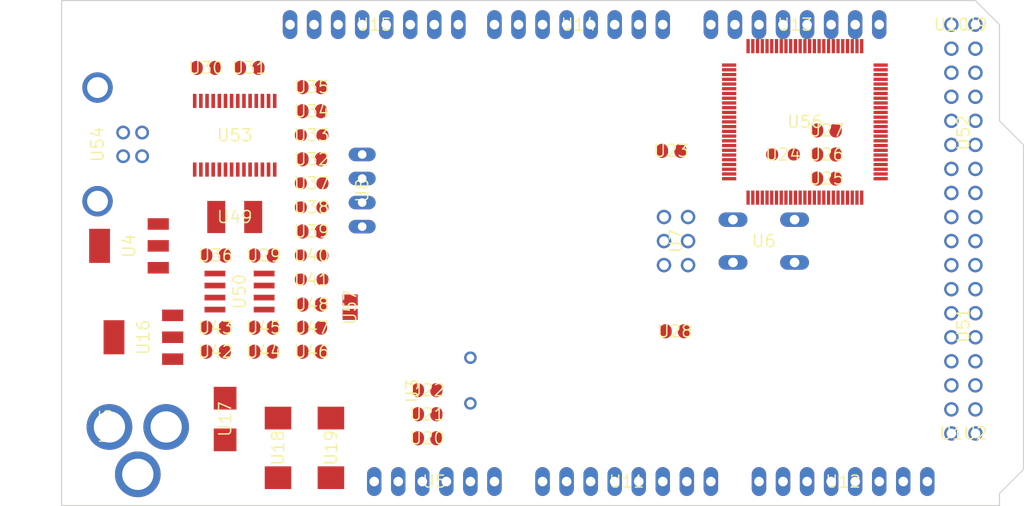
<source format=kicad_pcb>
(kicad_pcb (version 20221018) (generator pcbnew)
  (layers (0 "F.Cu" signal "Top") (31 "B.Cu" signal "Bottom") (34 "B.Paste" user) (35 "F.Paste" user) (36 "B.SilkS" user "B.Silkscreen") (37 "F.SilkS" user "F.Silkscreen") (38 "B.Mask" user) (39 "F.Mask" user) (44 "Edge.Cuts" user))
  (net 0 "")
  (net 1 "+5V")
  (net 2 "GND")
  (net 3 "N$6")
  (net 4 "N$7")
  (net 5 "AREF")
  (net 6 "RESET")
  (net 7 "VIN")
  (net 8 "N$3")
  (net 9 "PWRIN")
  (net 10 "M8RXD")
  (net 11 "M8TXD")
  (net 12 "ADC0")
  (net 13 "ADC2")
  (net 14 "ADC1")
  (net 15 "ADC3")
  (net 16 "ADC4")
  (net 17 "ADC5")
  (net 18 "ADC6")
  (net 19 "ADC7")
  (net 20 "+3V3")
  (net 21 "SDA")
  (net 22 "SCL")
  (net 23 "ADC9")
  (net 24 "ADC8")
  (net 25 "ADC10")
  (net 26 "ADC11")
  (net 27 "ADC12")
  (net 28 "ADC13")
  (net 29 "ADC14")
  (net 30 "ADC15")
  (net 31 "PB3")
  (net 32 "PB2")
  (net 33 "PB1")
  (net 34 "PB5")
  (net 35 "PB4")
  (net 36 "PE5")
  (net 37 "PE4")
  (net 38 "PE3")
  (net 39 "PE1")
  (net 40 "PE0")
  (net 41 "N$15")
  (net 42 "N$53")
  (net 43 "N$54")
  (net 44 "N$55")
  (net 45 "D-")
  (net 46 "D+")
  (net 47 "N$60")
  (net 48 "DTR")
  (net 49 "USBVCC")
  (net 50 "N$2")
  (net 51 "N$4")
  (net 52 "GATE_CMD")
  (net 53 "CMP")
  (net 54 "PB6")
  (net 55 "PH3")
  (net 56 "PH4")
  (net 57 "PH5")
  (net 58 "PH6")
  (net 59 "PG5")
  (net 60 "RXD1")
  (net 61 "TXD1")
  (net 62 "RXD2")
  (net 63 "RXD3")
  (net 64 "TXD2")
  (net 65 "TXD3")
  (net 66 "PC0")
  (net 67 "PC1")
  (net 68 "PC2")
  (net 69 "PC3")
  (net 70 "PC4")
  (net 71 "PC5")
  (net 72 "PC6")
  (net 73 "PC7")
  (net 74 "PB0")
  (net 75 "PG0")
  (net 76 "PG1")
  (net 77 "PG2")
  (net 78 "PD7")
  (net 79 "PA0")
  (net 80 "PA1")
  (net 81 "PA2")
  (net 82 "PA3")
  (net 83 "PA4")
  (net 84 "PA5")
  (net 85 "PA6")
  (net 86 "PA7")
  (net 87 "PL0")
  (net 88 "PL1")
  (net 89 "PL2")
  (net 90 "PL3")
  (net 91 "PL4")
  (net 92 "PL5")
  (net 93 "PL6")
  (net 94 "PL7")
  (net 95 "PB7")
  (net 96 "CTS")
  (net 97 "DSR")
  (net 98 "DCD")
  (net 99 "RI")
  (footprint "Arduino_MEGA_Reference_Design:2X03" (layer "F.Cu") (at 162.5981 103.7336 -90)
    (fp_text reference "U7")
    (fp_text value "")
  )
  (footprint "Arduino_MEGA_Reference_Design:1X08" (layer "F.Cu") (at 152.3111 80.8736 180)
    (fp_text reference "U14")
    (fp_text value "")
  )
  (footprint "Arduino_MEGA_Reference_Design:1X08" (layer "F.Cu") (at 130.7211 80.8736 180)
    (fp_text reference "U15")
    (fp_text value "")
  )
  (footprint "Arduino_MEGA_Reference_Design:SMC_D" (layer "F.Cu") (at 120.5611 125.5776 -90)
    (fp_text reference "U18")
    (fp_text value "")
  )
  (footprint "Arduino_MEGA_Reference_Design:SMC_D" (layer "F.Cu") (at 126.1491 125.5776 -90)
    (fp_text reference "U19")
    (fp_text value "")
  )
  (footprint "Arduino_MEGA_Reference_Design:B3F-10XX" (layer "F.Cu") (at 171.8691 103.7336 180)
    (fp_text reference "U6")
    (fp_text value "")
  )
  (footprint "Arduino_MEGA_Reference_Design:0805RND" (layer "F.Cu") (at 173.9011 94.5896 180)
    (fp_text reference "U24")
    (fp_text value "")
  )
  (footprint "Arduino_MEGA_Reference_Design:SMB" (layer "F.Cu") (at 114.9731 122.5296 -90)
    (fp_text reference "U17")
    (fp_text value "")
  )
  (footprint "Arduino_MEGA_Reference_Design:DC-21MM" (layer "F.Cu") (at 103.0351 123.2916 90)
    (fp_text reference "U55")
    (fp_text value "")
  )
  (footprint "Arduino_MEGA_Reference_Design:HC49_S" (layer "F.Cu") (at 140.8811 118.4656 90)
    (fp_text reference "U3")
    (fp_text value "")
  )
  (footprint "Arduino_MEGA_Reference_Design:SOT223" (layer "F.Cu") (at 106.3371 113.8936 90)
    (fp_text reference "U16")
    (fp_text value "")
  )
  (footprint "Arduino_MEGA_Reference_Design:1X06" (layer "F.Cu") (at 137.0711 129.1336)
    (fp_text reference "U5")
    (fp_text value "")
  )
  (footprint "Arduino_MEGA_Reference_Design:C0805RND" (layer "F.Cu") (at 124.1171 87.4776)
    (fp_text reference "U35")
    (fp_text value "")
  )
  (footprint "Arduino_MEGA_Reference_Design:C0805RND" (layer "F.Cu") (at 162.4711 113.2586)
    (fp_text reference "U28")
    (fp_text value "")
  )
  (footprint "Arduino_MEGA_Reference_Design:C0805RND" (layer "F.Cu") (at 136.3091 122.0216)
    (fp_text reference "U21")
    (fp_text value "")
  )
  (footprint "Arduino_MEGA_Reference_Design:C0805RND" (layer "F.Cu") (at 136.3091 119.4816)
    (fp_text reference "U22")
    (fp_text value "")
  )
  (footprint "Arduino_MEGA_Reference_Design:C0805RND" (layer "F.Cu") (at 113.9571 112.8776)
    (fp_text reference "U43")
    (fp_text value "")
  )
  (footprint "Arduino_MEGA_Reference_Design:RCL_0805RND" (layer "F.Cu") (at 124.1171 105.2576)
    (fp_text reference "U40")
    (fp_text value "")
  )
  (footprint "Arduino_MEGA_Reference_Design:RCL_0805RND" (layer "F.Cu") (at 124.1171 107.7976)
    (fp_text reference "U41")
    (fp_text value "")
  )
  (footprint "Arduino_MEGA_Reference_Design:1X08" (layer "F.Cu") (at 157.3911 129.1336)
    (fp_text reference "U11")
    (fp_text value "")
  )
  (footprint "Arduino_MEGA_Reference_Design:1X08" (layer "F.Cu") (at 175.1711 80.8736 180)
    (fp_text reference "U13")
    (fp_text value "")
  )
  (footprint "Arduino_MEGA_Reference_Design:R0805RND" (layer "F.Cu") (at 178.4731 94.5896 180)
    (fp_text reference "U26")
    (fp_text value "")
  )
  (footprint "Arduino_MEGA_Reference_Design:R0805RND" (layer "F.Cu") (at 178.4731 92.0496 180)
    (fp_text reference "U27")
    (fp_text value "")
  )
  (footprint "Arduino_MEGA_Reference_Design:TQFP100" (layer "F.Cu") (at 176.21041870117188 91.14759826660156 0)
    (fp_text reference "U56")
    (fp_text value "")
  )
  (footprint "Arduino_MEGA_Reference_Design:C0805RND" (layer "F.Cu") (at 162.0901 94.2086 180)
    (fp_text reference "U23")
    (fp_text value "")
  )
  (footprint "Arduino_MEGA_Reference_Design:C0805RND" (layer "F.Cu") (at 136.3091 124.5616)
    (fp_text reference "U20")
    (fp_text value "")
  )
  (footprint "Arduino_MEGA_Reference_Design:1X08" (layer "F.Cu") (at 180.2511 129.1336)
    (fp_text reference "U12")
    (fp_text value "")
  )
  (footprint "Arduino_MEGA_Reference_Design:R0805RND" (layer "F.Cu") (at 124.1171 112.8776)
    (fp_text reference "U47")
    (fp_text value "")
  )
  (footprint "Arduino_MEGA_Reference_Design:C0805RND" (layer "F.Cu") (at 124.1171 115.4176)
    (fp_text reference "U46")
    (fp_text value "")
  )
  (footprint "Arduino_MEGA_Reference_Design:C0805RND" (layer "F.Cu") (at 113.9571 105.2576)
    (fp_text reference "U36")
    (fp_text value "")
  )
  (footprint "Arduino_MEGA_Reference_Design:C0805RND" (layer "F.Cu") (at 112.9411 85.4456)
    (fp_text reference "U30")
    (fp_text value "")
  )
  (footprint "Arduino_MEGA_Reference_Design:0805RND" (layer "F.Cu") (at 124.1171 100.1776 180)
    (fp_text reference "U38")
    (fp_text value "")
  )
  (footprint "Arduino_MEGA_Reference_Design:0805RND" (layer "F.Cu") (at 124.1171 97.6376 180)
    (fp_text reference "U37")
    (fp_text value "")
  )
  (footprint "Arduino_MEGA_Reference_Design:R0805RND" (layer "F.Cu") (at 124.1171 95.0976)
    (fp_text reference "U32")
    (fp_text value "")
  )
  (footprint "Arduino_MEGA_Reference_Design:R0805RND" (layer "F.Cu") (at 124.1171 102.7176)
    (fp_text reference "U39")
    (fp_text value "")
  )
  (footprint "Arduino_MEGA_Reference_Design:SSOP28" (layer "F.Cu") (at 115.9891 92.5576)
    (fp_text reference "U53")
    (fp_text value "")
  )
  (footprint "Arduino_MEGA_Reference_Design:PN61729" (layer "F.Cu") (at 98.9584 93.5228 -90)
    (fp_text reference "U54")
    (fp_text value "")
  )
  (footprint "Arduino_MEGA_Reference_Design:L1812" (layer "F.Cu") (at 115.9891 101.1936)
    (fp_text reference "U49")
    (fp_text value "")
  )
  (footprint "Arduino_MEGA_Reference_Design:C0805RND" (layer "F.Cu") (at 117.5131 85.4456)
    (fp_text reference "U31")
    (fp_text value "")
  )
  (footprint "Arduino_MEGA_Reference_Design:0805RND" (layer "F.Cu") (at 124.1171 92.5576 180)
    (fp_text reference "U33")
    (fp_text value "")
  )
  (footprint "Arduino_MEGA_Reference_Design:R0805RND" (layer "F.Cu") (at 124.1171 90.0176 180)
    (fp_text reference "U34")
    (fp_text value "")
  )
  (footprint "Arduino_MEGA_Reference_Design:C0805RND" (layer "F.Cu") (at 124.1171 110.4392 180)
    (fp_text reference "U48")
    (fp_text value "")
  )
  (footprint "Arduino_MEGA_Reference_Design:SOT223" (layer "F.Cu") (at 104.8131 104.2416 90)
    (fp_text reference "U4")
    (fp_text value "")
  )
  (footprint "Arduino_MEGA_Reference_Design:SO08" (layer "F.Cu") (at 116.4971 109.0676 -90)
    (fp_text reference "U50")
    (fp_text value "")
  )
  (footprint "Arduino_MEGA_Reference_Design:R0805RND" (layer "F.Cu") (at 113.9571 115.4176 180)
    (fp_text reference "U42")
    (fp_text value "")
  )
  (footprint "Arduino_MEGA_Reference_Design:R0805RND" (layer "F.Cu") (at 119.0371 112.8776 180)
    (fp_text reference "U45")
    (fp_text value "")
  )
  (footprint "Arduino_MEGA_Reference_Design:C0805RND" (layer "F.Cu") (at 119.0371 115.4176 180)
    (fp_text reference "U44")
    (fp_text value "")
  )
  (footprint "Arduino_MEGA_Reference_Design:C0805RND" (layer "F.Cu") (at 119.0371 105.2576)
    (fp_text reference "U29")
    (fp_text value "")
  )
  (footprint "Arduino_MEGA_Reference_Design:2X08" (layer "F.Cu") (at 192.9511 92.3036 90)
    (fp_text reference "U52")
    (fp_text value "")
  )
  (footprint "Arduino_MEGA_Reference_Design:2X08" (layer "F.Cu") (at 192.9511 112.6236 90)
    (fp_text reference "U51")
    (fp_text value "")
  )
  (footprint "Arduino_MEGA_Reference_Design:R0805RND" (layer "F.Cu") (at 178.4731 97.1296 180)
    (fp_text reference "U25")
    (fp_text value "")
  )
  (footprint "Arduino_MEGA_Reference_Design:1X01" (layer "F.Cu") (at 191.6811 80.8736)
    (fp_text reference "U10")
    (fp_text value "")
  )
  (footprint "Arduino_MEGA_Reference_Design:1X01" (layer "F.Cu") (at 194.2211 80.8736)
    (fp_text reference "U9")
    (fp_text value "")
  )
  (footprint "Arduino_MEGA_Reference_Design:1X01" (layer "F.Cu") (at 191.6811 124.0536)
    (fp_text reference "U1")
    (fp_text value "")
  )
  (footprint "Arduino_MEGA_Reference_Design:1X01" (layer "F.Cu") (at 194.2211 124.0536)
    (fp_text reference "U2")
    (fp_text value "")
  )
  (footprint "Arduino_MEGA_Reference_Design:SJ" (layer "F.Cu") (at 128.1811 110.7186 -90)
    (fp_text reference "U57")
    (fp_text value "")
  )
  (footprint "Arduino_MEGA_Reference_Design:JP4" (layer "F.Cu") (at 129.4511 98.3996 -90)
    (fp_text reference "U8")
    (fp_text value "")
  )
  (gr_line (start 196.7611 80.8736) (end 196.7611 91.0336) (layer "Edge.Cuts") (width 0.12))
  (gr_line (start 196.7611 130.4036) (end 196.7611 131.6736) (layer "Edge.Cuts") (width 0.12))
  (gr_line (start 194.2211 78.3336) (end 196.7611 80.8736) (layer "Edge.Cuts") (width 0.12))
  (gr_line (start 97.7011 78.3336) (end 194.2211 78.3336) (layer "Edge.Cuts") (width 0.12))
  (gr_line (start 196.7611 91.0336) (end 199.3011 93.5736) (layer "Edge.Cuts") (width 0.12))
  (gr_line (start 97.7011 131.6736) (end 97.7011 78.3336) (layer "Edge.Cuts") (width 0.12))
  (gr_line (start 196.7611 131.6736) (end 97.7011 131.6736) (layer "Edge.Cuts") (width 0.12))
  (gr_line (start 199.3011 93.5736) (end 199.3011 127.8636) (layer "Edge.Cuts") (width 0.12))
  (gr_line (start 199.3011 127.8636) (end 196.7611 130.4036) (layer "Edge.Cuts") (width 0.12))
)
</source>
